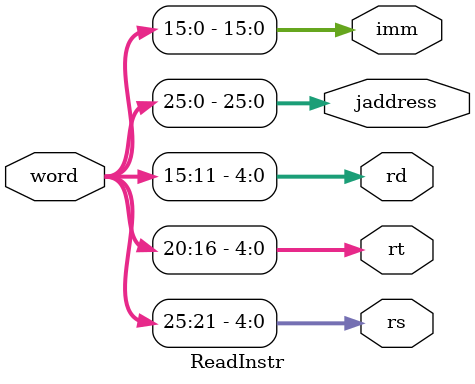
<source format=v>
`timescale 1ns / 1ps
module ReadInstr(
	 input [31:0] word,
    output [4:0] rs,
    output [4:0] rt,
    output [4:0] rd,
	 output [25:0] jaddress,
    output [15:0] imm
    );

assign rs = word [25:21];
assign rt = word [20:16];
assign rd = word [15:11];
assign imm = word [15:0];
assign jaddress= word [25:0];
endmodule

</source>
